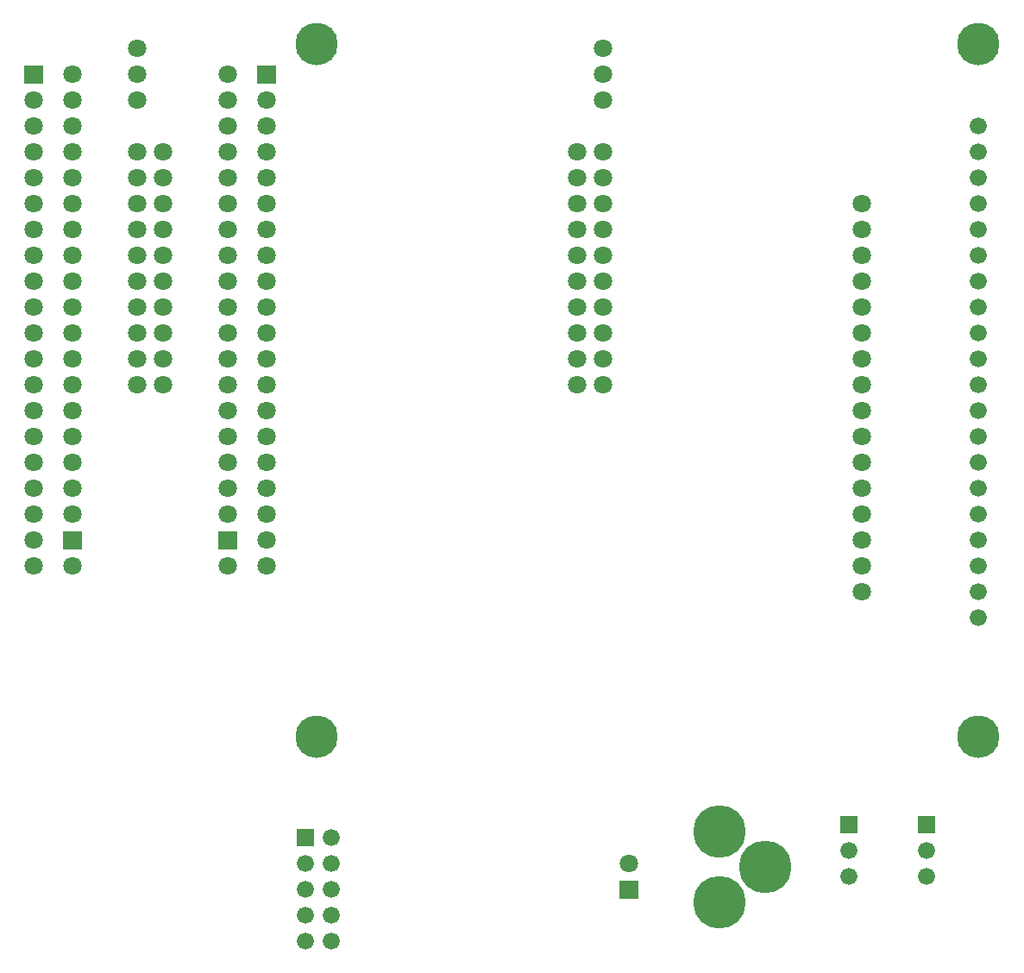
<source format=gbr>
G04 start of page 6 for group 9 layer_idx 0 *
G04 Title: (unknown), bottom mask *
G04 Creator: pcb-rnd 1.2.1 *
G04 CreationDate: Wed Mar 15 21:37:42 2017 UTC *
G04 For:  *
G04 Format: Gerber/RS-274X *
G04 PCB-Dimensions: 390000 390000 *
G04 PCB-Coordinate-Origin: lower left *
%MOIN*%
%FSLAX25Y25*%
%LNBOTTOMMASK*%
%ADD73C,0.2029*%
%ADD72C,0.1639*%
%ADD71C,0.0660*%
%ADD70C,0.0001*%
%ADD69C,0.0710*%
G54D69*X100000Y270000D03*
Y260000D03*
X85000D03*
X100000Y250000D03*
Y240000D03*
Y230000D03*
X85000Y220000D03*
Y230000D03*
Y240000D03*
Y250000D03*
X10000Y220000D03*
Y210000D03*
Y200000D03*
Y190000D03*
Y180000D03*
X25000D03*
Y190000D03*
X10000Y170000D03*
Y160000D03*
X25000D03*
G54D70*G36*
X21450Y173550D02*Y166450D01*
X28550D01*
Y173550D01*
X21450D01*
G37*
G54D69*X25000Y200000D03*
Y210000D03*
Y220000D03*
Y230000D03*
X50000D03*
X60000D03*
X100000Y220000D03*
Y210000D03*
Y200000D03*
Y190000D03*
Y180000D03*
X85000Y160000D03*
G54D70*G36*
X81450Y173550D02*Y166450D01*
X88550D01*
Y173550D01*
X81450D01*
G37*
G54D69*X85000Y180000D03*
Y190000D03*
Y200000D03*
Y210000D03*
X230000Y360000D03*
Y350000D03*
Y340000D03*
Y320000D03*
G54D71*X375000D03*
Y330000D03*
G54D72*X375138Y361752D03*
G54D71*X375000Y170000D03*
Y180000D03*
Y190000D03*
Y200000D03*
Y210000D03*
Y220000D03*
Y270000D03*
Y280000D03*
Y290000D03*
Y300000D03*
Y310000D03*
Y230000D03*
Y240000D03*
Y250000D03*
Y260000D03*
G54D69*X100000Y320000D03*
Y310000D03*
Y300000D03*
Y290000D03*
G54D70*G36*
X96450Y353550D02*Y346450D01*
X103550D01*
Y353550D01*
X96450D01*
G37*
G54D69*X100000Y340000D03*
Y330000D03*
Y280000D03*
X85000Y270000D03*
Y280000D03*
Y290000D03*
Y300000D03*
Y310000D03*
Y320000D03*
Y330000D03*
Y340000D03*
Y350000D03*
X50000Y360000D03*
Y350000D03*
Y340000D03*
G54D72*X119232Y361752D03*
G54D69*X50000Y310000D03*
Y300000D03*
Y290000D03*
Y280000D03*
Y270000D03*
Y260000D03*
Y250000D03*
Y240000D03*
Y320000D03*
X60000D03*
Y310000D03*
Y300000D03*
Y290000D03*
Y280000D03*
Y270000D03*
Y260000D03*
Y250000D03*
Y240000D03*
G54D70*G36*
X6450Y353550D02*Y346450D01*
X13550D01*
Y353550D01*
X6450D01*
G37*
G54D69*X10000Y340000D03*
Y330000D03*
Y320000D03*
Y310000D03*
Y300000D03*
Y290000D03*
Y280000D03*
Y270000D03*
Y260000D03*
Y250000D03*
Y240000D03*
Y230000D03*
X25000Y240000D03*
Y250000D03*
Y260000D03*
Y270000D03*
Y280000D03*
Y290000D03*
Y300000D03*
Y310000D03*
Y320000D03*
Y330000D03*
Y340000D03*
Y350000D03*
X330000Y280000D03*
Y270000D03*
Y260000D03*
Y250000D03*
Y290000D03*
Y300000D03*
X220000Y320000D03*
Y310000D03*
Y300000D03*
Y290000D03*
Y280000D03*
Y270000D03*
Y260000D03*
Y250000D03*
Y240000D03*
Y230000D03*
X230000Y310000D03*
Y300000D03*
Y290000D03*
Y280000D03*
Y270000D03*
Y260000D03*
Y250000D03*
Y240000D03*
Y230000D03*
X100000Y170000D03*
Y160000D03*
G54D70*G36*
X111700Y58300D02*Y51700D01*
X118300D01*
Y58300D01*
X111700D01*
G37*
G54D71*X115000Y45000D03*
Y35000D03*
X125000D03*
G54D70*G36*
X236450Y38550D02*Y31450D01*
X243550D01*
Y38550D01*
X236450D01*
G37*
G54D69*X240000Y45000D03*
G54D71*X115000Y25000D03*
X125000D03*
X115000Y15000D03*
X125000D03*
Y55000D03*
Y45000D03*
G54D72*X119232Y94035D03*
G54D71*X325000Y50000D03*
X355000D03*
X325000Y40000D03*
X355000D03*
G54D73*X275000Y57559D03*
Y30000D03*
X292717Y43780D03*
G54D70*G36*
X321700Y63300D02*Y56700D01*
X328300D01*
Y63300D01*
X321700D01*
G37*
G36*
X351700D02*Y56700D01*
X358300D01*
Y63300D01*
X351700D01*
G37*
G54D71*X375000Y150000D03*
Y160000D03*
G54D72*X375138Y94035D03*
G54D71*X375000Y140000D03*
G54D69*X330000Y240000D03*
Y230000D03*
Y220000D03*
Y210000D03*
Y200000D03*
Y190000D03*
Y180000D03*
Y170000D03*
Y160000D03*
Y150000D03*
M02*

</source>
